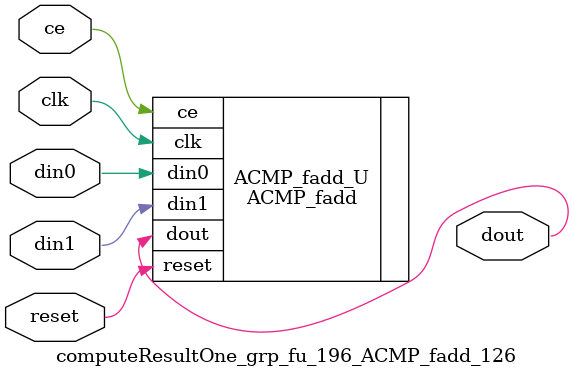
<source format=v>

`timescale 1 ns / 1 ps
module computeResultOne_grp_fu_196_ACMP_fadd_126(
    clk,
    reset,
    ce,
    din0,
    din1,
    dout);

parameter ID = 32'd1;
parameter NUM_STAGE = 32'd1;
parameter din0_WIDTH = 32'd1;
parameter din1_WIDTH = 32'd1;
parameter dout_WIDTH = 32'd1;
input clk;
input reset;
input ce;
input[din0_WIDTH - 1:0] din0;
input[din1_WIDTH - 1:0] din1;
output[dout_WIDTH - 1:0] dout;



ACMP_fadd #(
.ID( ID ),
.NUM_STAGE( 4 ),
.din0_WIDTH( din0_WIDTH ),
.din1_WIDTH( din1_WIDTH ),
.dout_WIDTH( dout_WIDTH ))
ACMP_fadd_U(
    .clk( clk ),
    .reset( reset ),
    .ce( ce ),
    .din0( din0 ),
    .din1( din1 ),
    .dout( dout ));

endmodule

</source>
